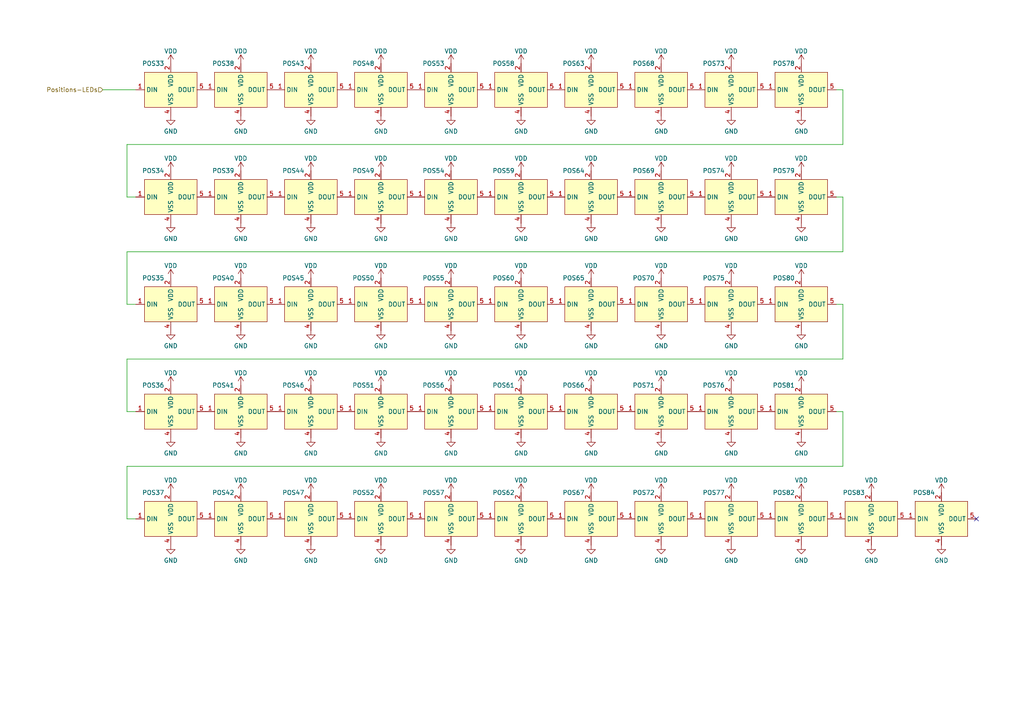
<source format=kicad_sch>
(kicad_sch (version 20211123) (generator eeschema)
  (paper "A4")
  (lib_symbols
    (symbol "FieldBoard_symbol:WS2812-4020_dual"
      (property "Reference" "POS?" (at -5.08 7.62 0))
      (symbol "WS2812-4020_dual_0_1"
        (rectangle (start -7.62 5.08) (end 7.62 -5.08) (stroke (width 0.1524)) (fill (type background)))
      )
      (symbol "WS2812-4020_dual_1_1"
        (pin input line (at -10.16 0 0) (length 2.54) (name "DIN") (number "1"))
        (pin input line (at 0 7.62 270) (length 2.54) (name "VDD") (number "2"))
        (pin input line (at 0 -7.62 90) (length 2.54) (name "VSS") (number "4"))
        (pin input line (at 10.16 0 180) (length 2.54) (name "DOUT") (number "5"))
      )
    )
    (symbol "power:GND" (power) (pin_names (offset 0))
      (property "Value" "GND" (at 0 -3.81 0))
      (symbol "GND_0_1"
        (polyline (pts (xy 0 0) (xy 0 -1.27) (xy 1.27 -1.27) (xy 0 -2.54) (xy -1.27 -1.27) (xy 0 -1.27)))
      )
      (symbol "GND_1_1"
        (pin power_in line (at 0 0 270) (length 0) hide (name "GND") (number "1"))
      )
    )
    (symbol "power:VDD" (power) (pin_names (offset 0))
      (property "Value" "VDD" (at 0 3.81 0))
      (symbol "VDD_0_1"
        (polyline (pts (xy -0.762 1.27) (xy 0 2.54)))
        (polyline (pts (xy 0 0) (xy 0 2.54)))
        (polyline (pts (xy 0 2.54) (xy 0.762 1.27)))
      )
      (symbol "VDD_1_1"
        (pin power_in line (at 0 0 90) (length 0) hide (name "VDD") (number "1"))
      )
    )
  )
  (no_connect (at 283.21 150.495))
  (wire (pts (xy 36.83 73.025) (xy 36.83 88.265)))
  (wire (pts (xy 36.83 104.14) (xy 244.475 104.14)))
  (wire (pts (xy 36.83 119.38) (xy 39.37 119.38)))
  (wire (pts (xy 244.475 88.265) (xy 244.475 104.14)))
  (wire (pts (xy 242.57 26.035) (xy 244.475 26.035)))
  (wire (pts (xy 242.57 57.15) (xy 244.475 57.15)))
  (wire (pts (xy 29.845 26.035) (xy 39.37 26.035)))
  (wire (pts (xy 36.83 135.255) (xy 244.475 135.255)))
  (wire (pts (xy 36.83 57.15) (xy 39.37 57.15)))
  (wire (pts (xy 242.57 119.38) (xy 244.475 119.38)))
  (wire (pts (xy 36.83 41.91) (xy 244.475 41.91)))
  (wire (pts (xy 244.475 57.15) (xy 244.475 73.025)))
  (wire (pts (xy 36.83 41.91) (xy 36.83 57.15)))
  (wire (pts (xy 244.475 26.035) (xy 244.475 41.91)))
  (wire (pts (xy 242.57 88.265) (xy 244.475 88.265)))
  (wire (pts (xy 36.83 104.14) (xy 36.83 119.38)))
  (wire (pts (xy 244.475 119.38) (xy 244.475 135.255)))
  (wire (pts (xy 36.83 88.265) (xy 39.37 88.265)))
  (wire (pts (xy 36.83 150.495) (xy 39.37 150.495)))
  (wire (pts (xy 36.83 73.025) (xy 244.475 73.025)))
  (wire (pts (xy 36.83 135.255) (xy 36.83 150.495)))
  (hierarchical_label "Positions-LEDs" (shape input) (at 29.845 26.035 180))
  (symbol (lib_id "power:VDD") (at 110.49 142.875 0) (unit 1)
    (property "Reference" "#PWR0123" (effects hide))
    (property "Value" "VDD" (at 110.49 139.2992 0))
  )
  (symbol (lib_id "power:VDD") (at 69.85 111.76 0) (unit 1)
    (property "Reference" "#PWR0101" (effects hide))
    (property "Value" "VDD" (at 69.85 108.1842 0))
  )
  (symbol (lib_id "power:VDD") (at 171.45 80.645 0) (unit 1)
    (property "Reference" "#PWR0149" (effects hide))
    (property "Value" "VDD" (at 171.45 77.0692 0))
  )
  (symbol (lib_id "power:VDD") (at 49.53 80.645 0) (unit 1)
    (property "Reference" "#PWR089" (effects hide))
    (property "Value" "VDD" (at 49.53 77.0692 0))
  )
  (symbol (lib_id "power:VDD") (at 110.49 111.76 0) (unit 1)
    (property "Reference" "#PWR0121" (effects hide))
    (property "Value" "VDD" (at 110.49 108.1842 0))
  )
  (symbol (lib_id "FieldBoard_symbol:WS2812-4020_dual") (at 130.81 119.38 0) (unit 1)
    (property "Reference" "POS56" (at 125.73 111.76 0))
    (property "Value" "WS2812-4020_dual" (effects hide))
  )
  (symbol (lib_id "power:VDD") (at 151.13 49.53 0) (unit 1)
    (property "Reference" "#PWR0137" (effects hide))
    (property "Value" "VDD" (at 151.13 45.9542 0))
  )
  (symbol (lib_id "power:VDD") (at 151.13 142.875 0) (unit 1)
    (property "Reference" "#PWR0143" (effects hide))
    (property "Value" "VDD" (at 151.13 139.2992 0))
  )
  (symbol (lib_id "FieldBoard_symbol:WS2812-4020_dual") (at 130.81 57.15 0) (unit 1)
    (property "Reference" "POS54" (at 125.73 49.53 0))
    (property "Value" "WS2812-4020_dual" (effects hide))
  )
  (symbol (lib_id "FieldBoard_symbol:WS2812-4020_dual") (at 151.13 119.38 0) (unit 1)
    (property "Reference" "POS61" (at 146.05 111.76 0))
    (property "Value" "WS2812-4020_dual" (effects hide))
  )
  (symbol (lib_id "power:VDD") (at 130.81 18.415 0) (unit 1)
    (property "Reference" "#PWR0125" (effects hide))
    (property "Value" "VDD" (at 130.81 14.8392 0))
  )
  (symbol (lib_id "power:GND") (at 110.49 158.115 0) (unit 1)
    (property "Reference" "#PWR0124" (effects hide))
    (property "Value" "GND" (at 110.49 162.5584 0))
  )
  (symbol (lib_id "power:VDD") (at 69.85 80.645 0) (unit 1)
    (property "Reference" "#PWR099" (effects hide))
    (property "Value" "VDD" (at 69.85 77.0692 0))
  )
  (symbol (lib_id "FieldBoard_symbol:WS2812-4020_dual") (at 212.09 88.265 0) (unit 1)
    (property "Reference" "POS75" (at 207.01 80.645 0))
    (property "Value" "WS2812-4020_dual" (effects hide))
  )
  (symbol (lib_id "power:GND") (at 232.41 33.655 0) (unit 1)
    (property "Reference" "#PWR0176" (effects hide))
    (property "Value" "GND" (at 232.41 38.0984 0))
  )
  (symbol (lib_id "power:GND") (at 49.53 95.885 0) (unit 1)
    (property "Reference" "#PWR090" (effects hide))
    (property "Value" "GND" (at 49.53 100.3284 0))
  )
  (symbol (lib_id "power:GND") (at 151.13 95.885 0) (unit 1)
    (property "Reference" "#PWR0140" (effects hide))
    (property "Value" "GND" (at 151.13 100.3284 0))
  )
  (symbol (lib_id "FieldBoard_symbol:WS2812-4020_dual") (at 69.85 119.38 0) (unit 1)
    (property "Reference" "POS41" (at 64.77 111.76 0))
    (property "Value" "WS2812-4020_dual" (effects hide))
  )
  (symbol (lib_id "FieldBoard_symbol:WS2812-4020_dual") (at 232.41 119.38 0) (unit 1)
    (property "Reference" "POS81" (at 227.33 111.76 0))
    (property "Value" "WS2812-4020_dual" (effects hide))
  )
  (symbol (lib_id "power:GND") (at 151.13 158.115 0) (unit 1)
    (property "Reference" "#PWR0144" (effects hide))
    (property "Value" "GND" (at 151.13 162.5584 0))
  )
  (symbol (lib_id "FieldBoard_symbol:WS2812-4020_dual") (at 90.17 150.495 0) (unit 1)
    (property "Reference" "POS47" (at 85.09 142.875 0))
    (property "Value" "WS2812-4020_dual" (effects hide))
  )
  (symbol (lib_id "FieldBoard_symbol:WS2812-4020_dual") (at 90.17 119.38 0) (unit 1)
    (property "Reference" "POS46" (at 85.09 111.76 0))
    (property "Value" "WS2812-4020_dual" (effects hide))
  )
  (symbol (lib_id "power:VDD") (at 191.77 49.53 0) (unit 1)
    (property "Reference" "#PWR0157" (effects hide))
    (property "Value" "VDD" (at 191.77 45.9542 0))
  )
  (symbol (lib_id "FieldBoard_symbol:WS2812-4020_dual") (at 49.53 57.15 0) (unit 1)
    (property "Reference" "POS34" (at 44.45 49.53 0))
    (property "Value" "WS2812-4020_dual" (effects hide))
  )
  (symbol (lib_id "power:GND") (at 69.85 33.655 0) (unit 1)
    (property "Reference" "#PWR096" (effects hide))
    (property "Value" "GND" (at 69.85 38.0984 0))
  )
  (symbol (lib_id "power:GND") (at 69.85 95.885 0) (unit 1)
    (property "Reference" "#PWR0100" (effects hide))
    (property "Value" "GND" (at 69.85 100.3284 0))
  )
  (symbol (lib_id "FieldBoard_symbol:WS2812-4020_dual") (at 151.13 26.035 0) (unit 1)
    (property "Reference" "POS58" (at 146.05 18.415 0))
    (property "Value" "WS2812-4020_dual" (effects hide))
  )
  (symbol (lib_id "FieldBoard_symbol:WS2812-4020_dual") (at 130.81 88.265 0) (unit 1)
    (property "Reference" "POS55" (at 125.73 80.645 0))
    (property "Value" "WS2812-4020_dual" (effects hide))
  )
  (symbol (lib_id "power:GND") (at 191.77 158.115 0) (unit 1)
    (property "Reference" "#PWR0164" (effects hide))
    (property "Value" "GND" (at 191.77 162.5584 0))
  )
  (symbol (lib_id "power:VDD") (at 191.77 142.875 0) (unit 1)
    (property "Reference" "#PWR0163" (effects hide))
    (property "Value" "VDD" (at 191.77 139.2992 0))
  )
  (symbol (lib_id "power:GND") (at 151.13 33.655 0) (unit 1)
    (property "Reference" "#PWR0136" (effects hide))
    (property "Value" "GND" (at 151.13 38.0984 0))
  )
  (symbol (lib_id "FieldBoard_symbol:WS2812-4020_dual") (at 273.05 150.495 0) (unit 1)
    (property "Reference" "POS84" (at 267.97 142.875 0))
    (property "Value" "WS2812-4020_dual" (effects hide))
  )
  (symbol (lib_id "power:GND") (at 212.09 64.77 0) (unit 1)
    (property "Reference" "#PWR0168" (effects hide))
    (property "Value" "GND" (at 212.09 69.2134 0))
  )
  (symbol (lib_id "power:VDD") (at 232.41 49.53 0) (unit 1)
    (property "Reference" "#PWR0177" (effects hide))
    (property "Value" "VDD" (at 232.41 45.9542 0))
  )
  (symbol (lib_id "power:VDD") (at 191.77 18.415 0) (unit 1)
    (property "Reference" "#PWR0155" (effects hide))
    (property "Value" "VDD" (at 191.77 14.8392 0))
  )
  (symbol (lib_id "power:VDD") (at 171.45 49.53 0) (unit 1)
    (property "Reference" "#PWR0147" (effects hide))
    (property "Value" "VDD" (at 171.45 45.9542 0))
  )
  (symbol (lib_id "power:GND") (at 49.53 127 0) (unit 1)
    (property "Reference" "#PWR092" (effects hide))
    (property "Value" "GND" (at 49.53 131.4434 0))
  )
  (symbol (lib_id "FieldBoard_symbol:WS2812-4020_dual") (at 212.09 150.495 0) (unit 1)
    (property "Reference" "POS77" (at 207.01 142.875 0))
    (property "Value" "WS2812-4020_dual" (effects hide))
  )
  (symbol (lib_id "power:GND") (at 90.17 33.655 0) (unit 1)
    (property "Reference" "#PWR0106" (effects hide))
    (property "Value" "GND" (at 90.17 38.0984 0))
  )
  (symbol (lib_id "power:GND") (at 69.85 64.77 0) (unit 1)
    (property "Reference" "#PWR098" (effects hide))
    (property "Value" "GND" (at 69.85 69.2134 0))
  )
  (symbol (lib_id "power:VDD") (at 130.81 142.875 0) (unit 1)
    (property "Reference" "#PWR0133" (effects hide))
    (property "Value" "VDD" (at 130.81 139.2992 0))
  )
  (symbol (lib_id "power:GND") (at 69.85 158.115 0) (unit 1)
    (property "Reference" "#PWR0104" (effects hide))
    (property "Value" "GND" (at 69.85 162.5584 0))
  )
  (symbol (lib_id "power:GND") (at 110.49 64.77 0) (unit 1)
    (property "Reference" "#PWR0118" (effects hide))
    (property "Value" "GND" (at 110.49 69.2134 0))
  )
  (symbol (lib_id "power:VDD") (at 232.41 142.875 0) (unit 1)
    (property "Reference" "#PWR0183" (effects hide))
    (property "Value" "VDD" (at 232.41 139.2992 0))
  )
  (symbol (lib_id "power:GND") (at 191.77 95.885 0) (unit 1)
    (property "Reference" "#PWR0160" (effects hide))
    (property "Value" "GND" (at 191.77 100.3284 0))
  )
  (symbol (lib_id "power:GND") (at 69.85 127 0) (unit 1)
    (property "Reference" "#PWR0102" (effects hide))
    (property "Value" "GND" (at 69.85 131.4434 0))
  )
  (symbol (lib_id "power:GND") (at 130.81 127 0) (unit 1)
    (property "Reference" "#PWR0132" (effects hide))
    (property "Value" "GND" (at 130.81 131.4434 0))
  )
  (symbol (lib_id "FieldBoard_symbol:WS2812-4020_dual") (at 191.77 150.495 0) (unit 1)
    (property "Reference" "POS72" (at 186.69 142.875 0))
    (property "Value" "WS2812-4020_dual" (effects hide))
  )
  (symbol (lib_id "power:GND") (at 151.13 64.77 0) (unit 1)
    (property "Reference" "#PWR0138" (effects hide))
    (property "Value" "GND" (at 151.13 69.2134 0))
  )
  (symbol (lib_id "FieldBoard_symbol:WS2812-4020_dual") (at 110.49 150.495 0) (unit 1)
    (property "Reference" "POS52" (at 105.41 142.875 0))
    (property "Value" "WS2812-4020_dual" (effects hide))
  )
  (symbol (lib_id "power:VDD") (at 212.09 80.645 0) (unit 1)
    (property "Reference" "#PWR0169" (effects hide))
    (property "Value" "VDD" (at 212.09 77.0692 0))
  )
  (symbol (lib_id "power:GND") (at 49.53 64.77 0) (unit 1)
    (property "Reference" "#PWR088" (effects hide))
    (property "Value" "GND" (at 49.53 69.2134 0))
  )
  (symbol (lib_id "FieldBoard_symbol:WS2812-4020_dual") (at 90.17 88.265 0) (unit 1)
    (property "Reference" "POS45" (at 85.09 80.645 0))
    (property "Value" "WS2812-4020_dual" (effects hide))
  )
  (symbol (lib_id "power:VDD") (at 212.09 49.53 0) (unit 1)
    (property "Reference" "#PWR0167" (effects hide))
    (property "Value" "VDD" (at 212.09 45.9542 0))
  )
  (symbol (lib_id "power:VDD") (at 191.77 80.645 0) (unit 1)
    (property "Reference" "#PWR0159" (effects hide))
    (property "Value" "VDD" (at 191.77 77.0692 0))
  )
  (symbol (lib_id "FieldBoard_symbol:WS2812-4020_dual") (at 151.13 150.495 0) (unit 1)
    (property "Reference" "POS62" (at 146.05 142.875 0))
    (property "Value" "WS2812-4020_dual" (effects hide))
  )
  (symbol (lib_id "power:VDD") (at 212.09 111.76 0) (unit 1)
    (property "Reference" "#PWR0171" (effects hide))
    (property "Value" "VDD" (at 212.09 108.1842 0))
  )
  (symbol (lib_id "FieldBoard_symbol:WS2812-4020_dual") (at 130.81 26.035 0) (unit 1)
    (property "Reference" "POS53" (at 125.73 18.415 0))
    (property "Value" "WS2812-4020_dual" (effects hide))
  )
  (symbol (lib_id "power:VDD") (at 49.53 111.76 0) (unit 1)
    (property "Reference" "#PWR091" (effects hide))
    (property "Value" "VDD" (at 49.53 108.1842 0))
  )
  (symbol (lib_id "FieldBoard_symbol:WS2812-4020_dual") (at 69.85 26.035 0) (unit 1)
    (property "Reference" "POS38" (at 64.77 18.415 0))
    (property "Value" "WS2812-4020_dual" (effects hide))
  )
  (symbol (lib_id "power:VDD") (at 130.81 80.645 0) (unit 1)
    (property "Reference" "#PWR0129" (effects hide))
    (property "Value" "VDD" (at 130.81 77.0692 0))
  )
  (symbol (lib_id "power:GND") (at 191.77 64.77 0) (unit 1)
    (property "Reference" "#PWR0158" (effects hide))
    (property "Value" "GND" (at 191.77 69.2134 0))
  )
  (symbol (lib_id "FieldBoard_symbol:WS2812-4020_dual") (at 171.45 26.035 0) (unit 1)
    (property "Reference" "POS63" (at 166.37 18.415 0))
    (property "Value" "WS2812-4020_dual" (effects hide))
  )
  (symbol (lib_id "power:GND") (at 110.49 127 0) (unit 1)
    (property "Reference" "#PWR0122" (effects hide))
    (property "Value" "GND" (at 110.49 131.4434 0))
  )
  (symbol (lib_id "power:GND") (at 232.41 64.77 0) (unit 1)
    (property "Reference" "#PWR0178" (effects hide))
    (property "Value" "GND" (at 232.41 69.2134 0))
  )
  (symbol (lib_id "FieldBoard_symbol:WS2812-4020_dual") (at 130.81 150.495 0) (unit 1)
    (property "Reference" "POS57" (at 125.73 142.875 0))
    (property "Value" "WS2812-4020_dual" (effects hide))
  )
  (symbol (lib_id "power:VDD") (at 130.81 49.53 0) (unit 1)
    (property "Reference" "#PWR0127" (effects hide))
    (property "Value" "VDD" (at 130.81 45.9542 0))
  )
  (symbol (lib_id "power:GND") (at 130.81 33.655 0) (unit 1)
    (property "Reference" "#PWR0126" (effects hide))
    (property "Value" "GND" (at 130.81 38.0984 0))
  )
  (symbol (lib_id "power:VDD") (at 110.49 80.645 0) (unit 1)
    (property "Reference" "#PWR0119" (effects hide))
    (property "Value" "VDD" (at 110.49 77.0692 0))
  )
  (symbol (lib_id "power:GND") (at 90.17 64.77 0) (unit 1)
    (property "Reference" "#PWR0108" (effects hide))
    (property "Value" "GND" (at 90.17 69.2134 0))
  )
  (symbol (lib_id "FieldBoard_symbol:WS2812-4020_dual") (at 69.85 57.15 0) (unit 1)
    (property "Reference" "POS39" (at 64.77 49.53 0))
    (property "Value" "WS2812-4020_dual" (effects hide))
  )
  (symbol (lib_id "power:VDD") (at 90.17 80.645 0) (unit 1)
    (property "Reference" "#PWR0109" (effects hide))
    (property "Value" "VDD" (at 90.17 77.0692 0))
  )
  (symbol (lib_id "FieldBoard_symbol:WS2812-4020_dual") (at 212.09 57.15 0) (unit 1)
    (property "Reference" "POS74" (at 207.01 49.53 0))
    (property "Value" "WS2812-4020_dual" (effects hide))
  )
  (symbol (lib_id "FieldBoard_symbol:WS2812-4020_dual") (at 49.53 150.495 0) (unit 1)
    (property "Reference" "POS37" (at 44.45 142.875 0))
    (property "Value" "WS2812-4020_dual" (effects hide))
  )
  (symbol (lib_id "FieldBoard_symbol:WS2812-4020_dual") (at 191.77 26.035 0) (unit 1)
    (property "Reference" "POS68" (at 186.69 18.415 0))
    (property "Value" "WS2812-4020_dual" (effects hide))
  )
  (symbol (lib_id "power:GND") (at 212.09 127 0) (unit 1)
    (property "Reference" "#PWR0172" (effects hide))
    (property "Value" "GND" (at 212.09 131.4434 0))
  )
  (symbol (lib_id "power:VDD") (at 90.17 18.415 0) (unit 1)
    (property "Reference" "#PWR0105" (effects hide))
    (property "Value" "VDD" (at 90.17 14.8392 0))
  )
  (symbol (lib_id "power:GND") (at 90.17 95.885 0) (unit 1)
    (property "Reference" "#PWR0110" (effects hide))
    (property "Value" "GND" (at 90.17 100.3284 0))
  )
  (symbol (lib_id "power:GND") (at 90.17 158.115 0) (unit 1)
    (property "Reference" "#PWR0114" (effects hide))
    (property "Value" "GND" (at 90.17 162.5584 0))
  )
  (symbol (lib_id "power:GND") (at 110.49 95.885 0) (unit 1)
    (property "Reference" "#PWR0120" (effects hide))
    (property "Value" "GND" (at 110.49 100.3284 0))
  )
  (symbol (lib_id "FieldBoard_symbol:WS2812-4020_dual") (at 151.13 88.265 0) (unit 1)
    (property "Reference" "POS60" (at 146.05 80.645 0))
    (property "Value" "WS2812-4020_dual" (effects hide))
  )
  (symbol (lib_id "FieldBoard_symbol:WS2812-4020_dual") (at 110.49 26.035 0) (unit 1)
    (property "Reference" "POS48" (at 105.41 18.415 0))
    (property "Value" "WS2812-4020_dual" (effects hide))
  )
  (symbol (lib_id "power:GND") (at 191.77 127 0) (unit 1)
    (property "Reference" "#PWR0162" (effects hide))
    (property "Value" "GND" (at 191.77 131.4434 0))
  )
  (symbol (lib_id "power:VDD") (at 151.13 111.76 0) (unit 1)
    (property "Reference" "#PWR0141" (effects hide))
    (property "Value" "VDD" (at 151.13 108.1842 0))
  )
  (symbol (lib_id "FieldBoard_symbol:WS2812-4020_dual") (at 171.45 57.15 0) (unit 1)
    (property "Reference" "POS64" (at 166.37 49.53 0))
    (property "Value" "WS2812-4020_dual" (effects hide))
  )
  (symbol (lib_id "power:VDD") (at 151.13 18.415 0) (unit 1)
    (property "Reference" "#PWR0135" (effects hide))
    (property "Value" "VDD" (at 151.13 14.8392 0))
  )
  (symbol (lib_id "power:VDD") (at 90.17 142.875 0) (unit 1)
    (property "Reference" "#PWR0113" (effects hide))
    (property "Value" "VDD" (at 90.17 139.2992 0))
  )
  (symbol (lib_id "FieldBoard_symbol:WS2812-4020_dual") (at 232.41 57.15 0) (unit 1)
    (property "Reference" "POS79" (at 227.33 49.53 0))
    (property "Value" "WS2812-4020_dual" (effects hide))
  )
  (symbol (lib_id "power:VDD") (at 69.85 49.53 0) (unit 1)
    (property "Reference" "#PWR097" (effects hide))
    (property "Value" "VDD" (at 69.85 45.9542 0))
  )
  (symbol (lib_id "power:GND") (at 49.53 158.115 0) (unit 1)
    (property "Reference" "#PWR094" (effects hide))
    (property "Value" "GND" (at 49.53 162.5584 0))
  )
  (symbol (lib_id "FieldBoard_symbol:WS2812-4020_dual") (at 151.13 57.15 0) (unit 1)
    (property "Reference" "POS59" (at 146.05 49.53 0))
    (property "Value" "WS2812-4020_dual" (effects hide))
  )
  (symbol (lib_id "power:VDD") (at 110.49 49.53 0) (unit 1)
    (property "Reference" "#PWR0117" (effects hide))
    (property "Value" "VDD" (at 110.49 45.9542 0))
  )
  (symbol (lib_id "power:GND") (at 171.45 158.115 0) (unit 1)
    (property "Reference" "#PWR0154" (effects hide))
    (property "Value" "GND" (at 171.45 162.5584 0))
  )
  (symbol (lib_id "FieldBoard_symbol:WS2812-4020_dual") (at 232.41 88.265 0) (unit 1)
    (property "Reference" "POS80" (at 227.33 80.645 0))
    (property "Value" "WS2812-4020_dual" (effects hide))
  )
  (symbol (lib_id "power:VDD") (at 130.81 111.76 0) (unit 1)
    (property "Reference" "#PWR0131" (effects hide))
    (property "Value" "VDD" (at 130.81 108.1842 0))
  )
  (symbol (lib_id "power:GND") (at 171.45 64.77 0) (unit 1)
    (property "Reference" "#PWR0148" (effects hide))
    (property "Value" "GND" (at 171.45 69.2134 0))
  )
  (symbol (lib_id "power:GND") (at 232.41 127 0) (unit 1)
    (property "Reference" "#PWR0182" (effects hide))
    (property "Value" "GND" (at 232.41 131.4434 0))
  )
  (symbol (lib_id "FieldBoard_symbol:WS2812-4020_dual") (at 212.09 26.035 0) (unit 1)
    (property "Reference" "POS73" (at 207.01 18.415 0))
    (property "Value" "WS2812-4020_dual" (effects hide))
  )
  (symbol (lib_id "power:VDD") (at 252.73 142.875 0) (unit 1)
    (property "Reference" "#PWR0185" (effects hide))
    (property "Value" "VDD" (at 252.73 139.2992 0))
  )
  (symbol (lib_id "power:GND") (at 212.09 33.655 0) (unit 1)
    (property "Reference" "#PWR0166" (effects hide))
    (property "Value" "GND" (at 212.09 38.0984 0))
  )
  (symbol (lib_id "FieldBoard_symbol:WS2812-4020_dual") (at 212.09 119.38 0) (unit 1)
    (property "Reference" "POS76" (at 207.01 111.76 0))
    (property "Value" "WS2812-4020_dual" (effects hide))
  )
  (symbol (lib_id "FieldBoard_symbol:WS2812-4020_dual") (at 191.77 57.15 0) (unit 1)
    (property "Reference" "POS69" (at 186.69 49.53 0))
    (property "Value" "WS2812-4020_dual" (effects hide))
  )
  (symbol (lib_id "power:GND") (at 191.77 33.655 0) (unit 1)
    (property "Reference" "#PWR0156" (effects hide))
    (property "Value" "GND" (at 191.77 38.0984 0))
  )
  (symbol (lib_id "FieldBoard_symbol:WS2812-4020_dual") (at 191.77 88.265 0) (unit 1)
    (property "Reference" "POS70" (at 186.69 80.645 0))
    (property "Value" "WS2812-4020_dual" (effects hide))
  )
  (symbol (lib_id "power:GND") (at 232.41 95.885 0) (unit 1)
    (property "Reference" "#PWR0180" (effects hide))
    (property "Value" "GND" (at 232.41 100.3284 0))
  )
  (symbol (lib_id "power:GND") (at 273.05 158.115 0) (unit 1)
    (property "Reference" "#PWR0188" (effects hide))
    (property "Value" "GND" (at 273.05 162.5584 0))
  )
  (symbol (lib_id "power:GND") (at 90.17 127 0) (unit 1)
    (property "Reference" "#PWR0112" (effects hide))
    (property "Value" "GND" (at 90.17 131.4434 0))
  )
  (symbol (lib_id "power:VDD") (at 171.45 18.415 0) (unit 1)
    (property "Reference" "#PWR0145" (effects hide))
    (property "Value" "VDD" (at 171.45 14.8392 0))
  )
  (symbol (lib_id "power:VDD") (at 171.45 111.76 0) (unit 1)
    (property "Reference" "#PWR0151" (effects hide))
    (property "Value" "VDD" (at 171.45 108.1842 0))
  )
  (symbol (lib_id "FieldBoard_symbol:WS2812-4020_dual") (at 90.17 57.15 0) (unit 1)
    (property "Reference" "POS44" (at 85.09 49.53 0))
    (property "Value" "WS2812-4020_dual" (effects hide))
  )
  (symbol (lib_id "power:VDD") (at 232.41 111.76 0) (unit 1)
    (property "Reference" "#PWR0181" (effects hide))
    (property "Value" "VDD" (at 232.41 108.1842 0))
  )
  (symbol (lib_id "FieldBoard_symbol:WS2812-4020_dual") (at 49.53 26.035 0) (unit 1)
    (property "Reference" "POS33" (at 44.45 18.415 0))
    (property "Value" "WS2812-4020_dual" (effects hide))
  )
  (symbol (lib_id "power:VDD") (at 171.45 142.875 0) (unit 1)
    (property "Reference" "#PWR0153" (effects hide))
    (property "Value" "VDD" (at 171.45 139.2992 0))
  )
  (symbol (lib_id "power:GND") (at 212.09 158.115 0) (unit 1)
    (property "Reference" "#PWR0174" (effects hide))
    (property "Value" "GND" (at 212.09 162.5584 0))
  )
  (symbol (lib_id "FieldBoard_symbol:WS2812-4020_dual") (at 49.53 119.38 0) (unit 1)
    (property "Reference" "POS36" (at 44.45 111.76 0))
    (property "Value" "WS2812-4020_dual" (effects hide))
  )
  (symbol (lib_id "power:VDD") (at 90.17 111.76 0) (unit 1)
    (property "Reference" "#PWR0111" (effects hide))
    (property "Value" "VDD" (at 90.17 108.1842 0))
  )
  (symbol (lib_id "FieldBoard_symbol:WS2812-4020_dual") (at 232.41 26.035 0) (unit 1)
    (property "Reference" "POS78" (at 227.33 18.415 0))
    (property "Value" "WS2812-4020_dual" (effects hide))
  )
  (symbol (lib_id "FieldBoard_symbol:WS2812-4020_dual") (at 90.17 26.035 0) (unit 1)
    (property "Reference" "POS43" (at 85.09 18.415 0))
    (property "Value" "WS2812-4020_dual" (effects hide))
  )
  (symbol (lib_id "FieldBoard_symbol:WS2812-4020_dual") (at 191.77 119.38 0) (unit 1)
    (property "Reference" "POS71" (at 186.69 111.76 0))
    (property "Value" "WS2812-4020_dual" (effects hide))
  )
  (symbol (lib_id "power:GND") (at 232.41 158.115 0) (unit 1)
    (property "Reference" "#PWR0184" (effects hide))
    (property "Value" "GND" (at 232.41 162.5584 0))
  )
  (symbol (lib_id "power:GND") (at 130.81 158.115 0) (unit 1)
    (property "Reference" "#PWR0134" (effects hide))
    (property "Value" "GND" (at 130.81 162.5584 0))
  )
  (symbol (lib_id "power:GND") (at 171.45 127 0) (unit 1)
    (property "Reference" "#PWR0152" (effects hide))
    (property "Value" "GND" (at 171.45 131.4434 0))
  )
  (symbol (lib_id "power:GND") (at 171.45 33.655 0) (unit 1)
    (property "Reference" "#PWR0146" (effects hide))
    (property "Value" "GND" (at 171.45 38.0984 0))
  )
  (symbol (lib_id "power:GND") (at 130.81 64.77 0) (unit 1)
    (property "Reference" "#PWR0128" (effects hide))
    (property "Value" "GND" (at 130.81 69.2134 0))
  )
  (symbol (lib_id "power:VDD") (at 212.09 142.875 0) (unit 1)
    (property "Reference" "#PWR0173" (effects hide))
    (property "Value" "VDD" (at 212.09 139.2992 0))
  )
  (symbol (lib_id "power:GND") (at 212.09 95.885 0) (unit 1)
    (property "Reference" "#PWR0170" (effects hide))
    (property "Value" "GND" (at 212.09 100.3284 0))
  )
  (symbol (lib_id "power:VDD") (at 110.49 18.415 0) (unit 1)
    (property "Reference" "#PWR0115" (effects hide))
    (property "Value" "VDD" (at 110.49 14.8392 0))
  )
  (symbol (lib_id "power:VDD") (at 151.13 80.645 0) (unit 1)
    (property "Reference" "#PWR0139" (effects hide))
    (property "Value" "VDD" (at 151.13 77.0692 0))
  )
  (symbol (lib_id "power:VDD") (at 49.53 18.415 0) (unit 1)
    (property "Reference" "#PWR085" (effects hide))
    (property "Value" "VDD" (at 49.53 14.8392 0))
  )
  (symbol (lib_id "FieldBoard_symbol:WS2812-4020_dual") (at 110.49 88.265 0) (unit 1)
    (property "Reference" "POS50" (at 105.41 80.645 0))
    (property "Value" "WS2812-4020_dual" (effects hide))
  )
  (symbol (lib_id "FieldBoard_symbol:WS2812-4020_dual") (at 49.53 88.265 0) (unit 1)
    (property "Reference" "POS35" (at 44.45 80.645 0))
    (property "Value" "WS2812-4020_dual" (effects hide))
  )
  (symbol (lib_id "power:VDD") (at 69.85 142.875 0) (unit 1)
    (property "Reference" "#PWR0103" (effects hide))
    (property "Value" "VDD" (at 69.85 139.2992 0))
  )
  (symbol (lib_id "power:GND") (at 49.53 33.655 0) (unit 1)
    (property "Reference" "#PWR086" (effects hide))
    (property "Value" "GND" (at 49.53 38.0984 0))
  )
  (symbol (lib_id "FieldBoard_symbol:WS2812-4020_dual") (at 171.45 150.495 0) (unit 1)
    (property "Reference" "POS67" (at 166.37 142.875 0))
    (property "Value" "WS2812-4020_dual" (effects hide))
  )
  (symbol (lib_id "FieldBoard_symbol:WS2812-4020_dual") (at 110.49 119.38 0) (unit 1)
    (property "Reference" "POS51" (at 105.41 111.76 0))
    (property "Value" "WS2812-4020_dual" (effects hide))
  )
  (symbol (lib_id "power:VDD") (at 49.53 49.53 0) (unit 1)
    (property "Reference" "#PWR087" (effects hide))
    (property "Value" "VDD" (at 49.53 45.9542 0))
  )
  (symbol (lib_id "power:VDD") (at 49.53 142.875 0) (unit 1)
    (property "Reference" "#PWR093" (effects hide))
    (property "Value" "VDD" (at 49.53 139.2992 0))
  )
  (symbol (lib_id "power:VDD") (at 191.77 111.76 0) (unit 1)
    (property "Reference" "#PWR0161" (effects hide))
    (property "Value" "VDD" (at 191.77 108.1842 0))
  )
  (symbol (lib_id "power:VDD") (at 212.09 18.415 0) (unit 1)
    (property "Reference" "#PWR0165" (effects hide))
    (property "Value" "VDD" (at 212.09 14.8392 0))
  )
  (symbol (lib_id "power:GND") (at 110.49 33.655 0) (unit 1)
    (property "Reference" "#PWR0116" (effects hide))
    (property "Value" "GND" (at 110.49 38.0984 0))
  )
  (symbol (lib_id "FieldBoard_symbol:WS2812-4020_dual") (at 252.73 150.495 0) (unit 1)
    (property "Reference" "POS83" (at 247.65 142.875 0))
    (property "Value" "WS2812-4020_dual" (effects hide))
  )
  (symbol (lib_id "power:VDD") (at 69.85 18.415 0) (unit 1)
    (property "Reference" "#PWR095" (effects hide))
    (property "Value" "VDD" (at 69.85 14.8392 0))
  )
  (symbol (lib_id "power:GND") (at 252.73 158.115 0) (unit 1)
    (property "Reference" "#PWR0186" (effects hide))
    (property "Value" "GND" (at 252.73 162.5584 0))
  )
  (symbol (lib_id "power:GND") (at 130.81 95.885 0) (unit 1)
    (property "Reference" "#PWR0130" (effects hide))
    (property "Value" "GND" (at 130.81 100.3284 0))
  )
  (symbol (lib_id "power:VDD") (at 273.05 142.875 0) (unit 1)
    (property "Reference" "#PWR0187" (effects hide))
    (property "Value" "VDD" (at 273.05 139.2992 0))
  )
  (symbol (lib_id "power:VDD") (at 232.41 80.645 0) (unit 1)
    (property "Reference" "#PWR0179" (effects hide))
    (property "Value" "VDD" (at 232.41 77.0692 0))
  )
  (symbol (lib_id "FieldBoard_symbol:WS2812-4020_dual") (at 69.85 88.265 0) (unit 1)
    (property "Reference" "POS40" (at 64.77 80.645 0))
    (property "Value" "WS2812-4020_dual" (effects hide))
  )
  (symbol (lib_id "power:GND") (at 151.13 127 0) (unit 1)
    (property "Reference" "#PWR0142" (effects hide))
    (property "Value" "GND" (at 151.13 131.4434 0))
  )
  (symbol (lib_id "FieldBoard_symbol:WS2812-4020_dual") (at 69.85 150.495 0) (unit 1)
    (property "Reference" "POS42" (at 64.77 142.875 0))
    (property "Value" "WS2812-4020_dual" (effects hide))
  )
  (symbol (lib_id "power:GND") (at 171.45 95.885 0) (unit 1)
    (property "Reference" "#PWR0150" (effects hide))
    (property "Value" "GND" (at 171.45 100.3284 0))
  )
  (symbol (lib_id "FieldBoard_symbol:WS2812-4020_dual") (at 232.41 150.495 0) (unit 1)
    (property "Reference" "POS82" (at 227.33 142.875 0))
    (property "Value" "WS2812-4020_dual" (effects hide))
  )
  (symbol (lib_id "FieldBoard_symbol:WS2812-4020_dual") (at 171.45 88.265 0) (unit 1)
    (property "Reference" "POS65" (at 166.37 80.645 0))
    (property "Value" "WS2812-4020_dual" (effects hide))
  )
  (symbol (lib_id "power:VDD") (at 90.17 49.53 0) (unit 1)
    (property "Reference" "#PWR0107" (effects hide))
    (property "Value" "VDD" (at 90.17 45.9542 0))
  )
  (symbol (lib_id "FieldBoard_symbol:WS2812-4020_dual") (at 110.49 57.15 0) (unit 1)
    (property "Reference" "POS49" (at 105.41 49.53 0))
    (property "Value" "WS2812-4020_dual" (effects hide))
  )
  (symbol (lib_id "power:VDD") (at 232.41 18.415 0) (unit 1)
    (property "Reference" "#PWR0175" (effects hide))
    (property "Value" "VDD" (at 232.41 14.8392 0))
  )
  (symbol (lib_id "FieldBoard_symbol:WS2812-4020_dual") (at 171.45 119.38 0) (unit 1)
    (property "Reference" "POS66" (at 166.37 111.76 0))
    (property "Value" "WS2812-4020_dual" (effects hide))
  )
)
</source>
